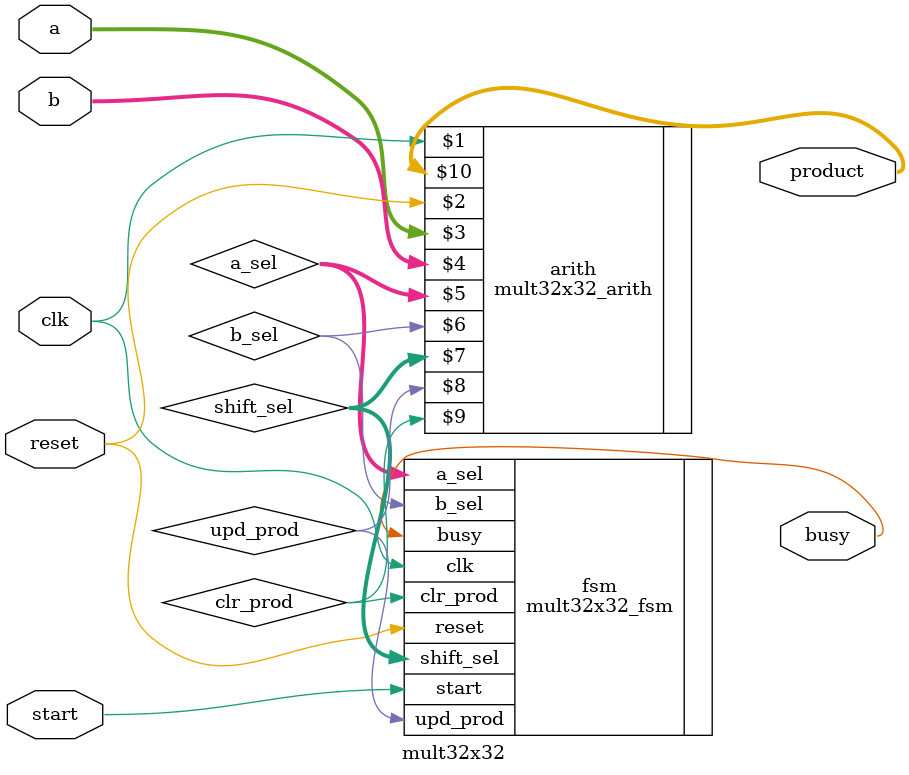
<source format=sv>
module mult32x32 (
    input logic clk,            // Clock
    input logic reset,          // Reset
    input logic start,          // Start signal
    input logic [31:0] a,       // Input a
    input logic [31:0] b,       // Input b
    output logic busy,          // Multiplier busy indication
    output logic [63:0] product // Miltiplication product
);

// Put your code here
// ------------------
logic [1:0] a_sel;
logic b_sel;
logic [2:0] shift_sel;
logic upd_prod;
logic clr_prod;
mult32x32_fsm fsm(.clk(clk),.reset(reset),.start(start),
                .a_sel(a_sel),.b_sel(b_sel),.shift_sel(shift_sel),
                .upd_prod(upd_prod),.clr_prod(clr_prod),.busy(busy));
mult32x32_arith arith(
     clk,             // Clock
     reset,           // Reset
     a,        // Input a
     b,        // Input b
     a_sel,     // Select one byte from A
     b_sel,           // Select one 2-byte word from B
     shift_sel, // Select output from shifters
     upd_prod,        // Update the product register
     clr_prod,        // Clear the product register
     product  // Miltiplication product
);
// End of your code

endmodule

</source>
